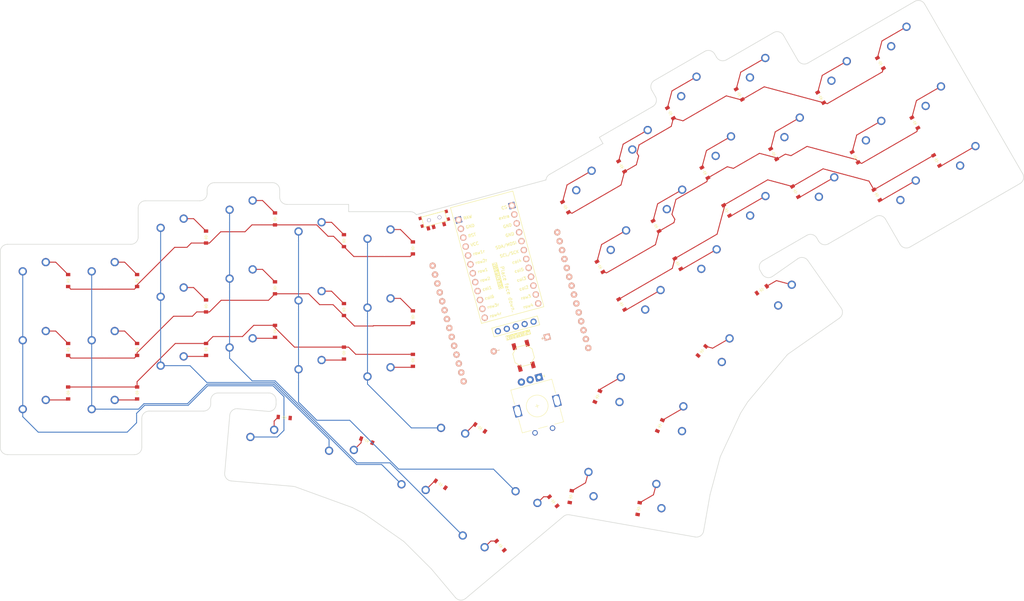
<source format=kicad_pcb>
(kicad_pcb (version 20221018) (generator pcbnew)
  (title_block (title "andean-condor") (rev "v1.0.0") (company "Unknown"))
  (layers (0 "F.Cu" signal) (31 "B.Cu" signal) (34 "B.Paste" user) (35 "F.Paste" user) (36 "B.SilkS" user "B.Silkscreen") (37 "F.SilkS" user "F.Silkscreen") (38 "B.Mask" user) (39 "F.Mask" user) (44 "Edge.Cuts" user))
  (net 0 "")
  (net 1 "farpinky_bottom")
  (net 2 "col1")
  (net 3 "farpinky_home")
  (net 4 "farpinky_top")
  (net 5 "pinky_bottom")
  (net 6 "col2")
  (net 7 "pinky_home")
  (net 8 "pinky_top")
  (net 9 "ring_bottom")
  (net 10 "col3")
  (net 11 "ring_home")
  (net 12 "ring_top")
  (net 13 "middle_bottom")
  (net 14 "col4")
  (net 15 "middle_home")
  (net 16 "middle_top")
  (net 17 "index_bottom")
  (net 18 "col5")
  (net 19 "index_home")
  (net 20 "index_top")
  (net 21 "inner_bottom")
  (net 22 "col6")
  (net 23 "inner_home")
  (net 24 "inner_top")
  (net 25 "tucky_thumb")
  (net 26 "near_thumb")
  (net 27 "home_thumb")
  (net 28 "home_top")
  (net 29 "far_thumb")
  (net 30 "far_top")
  (net 31 "mirror_farpinky_bottom")
  (net 32 "mirror_farpinky_home")
  (net 33 "mirror_farpinky_top")
  (net 34 "mirror_pinky_bottom")
  (net 35 "mirror_pinky_home")
  (net 36 "mirror_pinky_top")
  (net 37 "mirror_ring_bottom")
  (net 38 "mirror_ring_home")
  (net 39 "mirror_ring_top")
  (net 40 "mirror_middle_bottom")
  (net 41 "mirror_middle_home")
  (net 42 "mirror_middle_top")
  (net 43 "mirror_index_bottom")
  (net 44 "mirror_index_home")
  (net 45 "mirror_index_top")
  (net 46 "mirror_inner_bottom")
  (net 47 "mirror_inner_home")
  (net 48 "mirror_inner_top")
  (net 49 "mirror_tucky_thumb")
  (net 50 "mirror_near_thumb")
  (net 51 "mirror_home_thumb")
  (net 52 "mirror_home_top")
  (net 53 "mirror_far_thumb")
  (net 54 "mirror_far_top")
  (net 55 "row2")
  (net 56 "row1")
  (net 57 "row3")
  (net 58 "row2r")
  (net 59 "row1r")
  (net 60 "row3r")
  (net 61 "row4")
  (net 62 "row4r")
  (net 63 "RAW")
  (net 64 "GND")
  (net 65 "RST")
  (net 66 "VCC")
  (net 67 "CS")
  (net 68 "extra1")
  (net 69 "SDA")
  (net 70 "SCL")
  (net 71 "switch_from")
  (footprint "E73:SPDT_C128955" (layer "F.Cu") (at 167.219762 108.037033 15)
    (fp_text reference "T1" hide)
    (fp_text value "" hide)
  )
  (footprint "E73:SW_TACT_ALPS_SKQGABE010" (layer "F.Cu") (at 191.838446 145.823373 -75)
    (fp_text reference "B1" hide)
    (fp_text value "" hide)
  )
  (footprint "MX" (layer "F.Cu") (at 175.572148 199.945398 -50)
    (fp_text reference "S23" hide)
    (fp_text value "" hide)
  )
  (footprint "MX" (layer "F.Cu") (at 133.634325 133.086294)
    (fp_text reference "S14" hide)
    (fp_text value "" hide)
  )
  (footprint "MX" (layer "F.Cu") (at 152.634326 116.086293)
    (fp_text reference "S18" hide)
    (fp_text value "" hide)
  )
  (footprint "ComboDiode" (layer "F.Cu") (at 123.334326 127.086293 90)
    (fp_text reference "D7" hide)
    (fp_text value "" hide)
  )
  (footprint "ComboDiode" (layer "F.Cu") (at 305.659663 91.959261 -60)
    (fp_text reference "D31" hide)
    (fp_text value "" hide)
  )
  (footprint "ComboDiode" (layer "F.Cu") (at 257.481622 127.590902 35)
    (fp_text reference "D43" hide)
    (fp_text value "" hide)
  )
  (footprint "MX" (layer "F.Cu") (at 95.634326 113.086293)
    (fp_text reference "S9" hide)
    (fp_text value "" hide)
  )
  (footprint "ComboDiode" (layer "F.Cu") (at 290.159665 65.112474 120)
    (fp_text reference "D20" hide)
    (fp_text value "" hide)
  )
  (footprint "MX" (layer "F.Cu") (at 281.239602 70.262475 30)
    (fp_text reference "S30" hide)
    (fp_text value "" hide)
  )
  (footprint "MX" (layer "F.Cu") (at 120.134325 171.086294 -5)
    (fp_text reference "S19" hide)
    (fp_text value "" hide)
  )
  (footprint "MX" (layer "F.Cu") (at 133.634326 114.086294)
    (fp_text reference "S15" hide)
    (fp_text value "" hide)
  )
  (footprint "MX" (layer "F.Cu") (at 300.239601 103.171439 30)
    (fp_text reference "S28" hide)
    (fp_text value "" hide)
  )
  (footprint "MX" (layer "F.Cu") (at 214.275139 181.261958 80)
    (fp_text reference "S48" hide)
    (fp_text value "" hide)
  )
  (footprint "ComboDiode" (layer "F.Cu") (at 289.20518 101.459263 -60)
    (fp_text reference "D32" hide)
    (fp_text value "" hide)
  )
  (footprint "ComboDiode" (layer "F.Cu") (at 218.88725 131.665033 -60)
    (fp_text reference "D36" hide)
    (fp_text value "" hide)
  )
  (footprint "ComboDiode" (layer "F.Cu") (at 260.750699 90.174652 120)
    (fp_text reference "D23" hide)
    (fp_text value "" hide)
  )
  (footprint "ComboDiode" (layer "F.Cu") (at 85.334325 144.086293 90)
    (fp_text reference "D3" hide)
    (fp_text value "" hide)
  )
  (footprint "MX" (layer "F.Cu") (at 258.78512 69.370171 30)
    (fp_text reference "S33" hide)
    (fp_text value "" hide)
  )
  (footprint "ComboDiode" (layer "F.Cu") (at 104.334325 132.086293 90)
    (fp_text reference "D5" hide)
    (fp_text value "" hide)
  )
  (footprint "ComboDiode" (layer "F.Cu") (at 125.873555 162.855178 175)
    (fp_text reference "D37" hide)
    (fp_text value "" hide)
  )
  (footprint "ComboDiode" (layer "F.Cu") (at 123.334326 108.086294 90)
    (fp_text reference "D8" hide)
    (fp_text value "" hide)
  )
  (footprint "ComboDiode" (layer "F.Cu") (at 299.659665 81.566956 120)
    (fp_text reference "D19" hide)
    (fp_text value "" hide)
  )
  (footprint "MX" (layer "F.Cu") (at 249.330636 90.994525 30)
    (fp_text reference "S35" hide)
    (fp_text value "" hide)
  )
  (footprint "MX" (layer "F.Cu") (at 297.694084 60.762475 30)
    (fp_text reference "S27" hide)
    (fp_text value "" hide)
  )
  (footprint "ComboDiode" (layer "F.Cu") (at 85.334327 156.086294 -90)
    (fp_text reference "D14" hide)
    (fp_text value "" hide)
  )
  (footprint "ComboDiode" (layer "F.Cu") (at 85.334326 125.086292 90)
    (fp_text reference "D4" hide)
    (fp_text value "" hide)
  )
  (footprint "ComboDiode" (layer "F.Cu") (at 247.796215 105.73683 -60)
    (fp_text reference "D34" hide)
    (fp_text value "" hide)
  )
  (footprint "MX" (layer "F.Cu") (at 307.194084 77.216958 30)
    (fp_text reference "S26" hide)
    (fp_text value "" hide)
  )
  (footprint "lib:header" (layer "F.Cu") (at 201.123804 111.780151 15)
    (fp_text reference "")
    (fp_text value "")
  )
  (footprint "ComboDiode" (layer "F.Cu") (at 240.972099 144.489474 50)
    (fp_text reference "D44" hide)
    (fp_text value "" hide)
  )
  (footprint "lib:header" (layer "F.Cu") (at 166.775482 120.983756 15)
    (fp_text reference "")
    (fp_text value "")
  )
  (footprint "ComboDiode" (layer "F.Cu") (at 148.620505 169.235009 160)
    (fp_text reference "D38" hide)
    (fp_text value "" hide)
  )
  (footprint "ProMicro" (layer "F.Cu") (at 184.883827 119.86838 -75)
    (fp_text reference "MCU1" hide)
    (fp_text value "" hide)
  )
  (footprint "ComboDiode" (layer "F.Cu") (at 185.450673 198.183368 130)
    (fp_text reference "D41" hide)
    (fp_text value "" hide)
  )
  (footprint "ComboDiode" (layer "F.Cu") (at 266.750698 100.566957 -60)
    (fp_text reference "D33" hide)
    (fp_text value "" hide)
  )
  (footprint "ComboDiode" (layer "F.Cu") (at 203.387252 104.818246 120)
    (fp_text reference "D30" hide)
    (fp_text value "" hide)
  )
  (footprint "ComboDiode" (layer "F.Cu") (at 218.841733 93.586195 120)
    (fp_text reference "D28" hide)
    (fp_text value "" hide)
  )
  (footprint "ComboDiode" (layer "F.Cu") (at 179.839104 165.720908 145)
    (fp_text reference "D40" hide)
    (fp_text value "" hide)
  )
  (footprint "ComboDiode" (layer "F.Cu") (at 123.334326 139.086293 -90)
    (fp_text reference "D16" hide)
    (fp_text value "" hide)
  )
  (footprint "lib:niceview_headers" (layer "F.Cu") (at 190.981605 142.625593 105)
    (fp_text reference "")
    (fp_text value "")
  )
  (footprint "MX" (layer "F.Cu") (at 152.634327 135.086293)
    (fp_text reference "S17" hide)
    (fp_text value "" hide)
  )
  (footprint "MX" (layer "F.Cu") (at 159.855276 185.543537 -35)
    (fp_text reference "S21" hide)
    (fp_text value "" hide)
  )
  (footprint "ComboDiode" (layer "F.Cu") (at 234.341733 120.432984 -60)
    (fp_text reference "D35" hide)
    (fp_text value "" hide)
  )
  (footprint "MX" (layer "F.Cu") (at 170.753228 169.979648 -35)
    (fp_text reference "S22" hide)
    (fp_text value "" hide)
  )
  (footprint "MX" (layer "F.Cu") (at 258.830636 107.449008 30)
    (fp_text reference "S34" hide)
    (fp_text value "" hide)
  )
  (footprint "MX" (layer "F.Cu") (at 76.634325 144.086294)
    (fp_text reference "S5" hide)
    (fp_text value "" hide)
  )
  (footprint "lib:niceview_headers" (layer "F.Cu") (at 189.671979 137.738007 105)
    (fp_text reference "Nice!View1" hide)
    (fp_text value "" hide)
  )
  (footprint "MX" (layer "F.Cu") (at 114.634325 146.086293)
    (fp_text reference "S10" hide)
    (fp_text value "" hide)
  )
  (footprint "rotary_encoder" (layer "F.Cu") (at 195.583406 159.799753 -75)
    (fp_text reference "ROT1" hide)
    (fp_text value "")
  )
  (footprint "ComboDiode" (layer "F.Cu") (at 161.334325 116.086294 90)
    (fp_text reference "D12" hide)
    (fp_text value "" hide)
  )
  (footprint "ComboDiode" (layer "F.Cu") (at 161.334325 147.086293 -90)
    (fp_text reference "D18" hide)
    (fp_text value "" hide)
  )
  (footprint "ComboDiode" (layer "F.Cu") (at 142.334327 114.086294 90)
    (fp_text reference "D10" hide)
    (fp_text value "" hide)
  )
  (footprint "ComboDiode" (layer "F.Cu") (at 229.398798 165.085219 65)
    (fp_text reference "D45" hide)
    (fp_text value "" hide)
  )
  (footprint "ComboDiode" (layer "F.Cu") (at 228.341734 110.040679 120)
    (fp_text reference "D27" hide)
    (fp_text value "" hide)
  )
  (footprint "MX" (layer "F.Cu") (at 226.376154 89.236195 30)
    (fp_text reference "S39" hide)
    (fp_text value "" hide)
  )
  (footprint "ComboDiode" (layer "F.Cu") (at 232.296217 78.890042 120)
    (fp_text reference "D26" hide)
    (fp_text value "" hide)
  )
  (footprint "MX" (layer "F.Cu") (at 210.921671 100.468246 30)
    (fp_text reference "S42" hide)
    (fp_text value "" hide)
  )
  (footprint "MX" (layer "F.Cu") (at 239.830636 74.540043 30)
    (fp_text reference "S36" hide)
    (fp_text value "" hide)
  )
  (footprint "MX" (layer "F.Cu") (at 140.946468 175.700233 -20)
    (fp_text reference "S20" hide)
    (fp_text value "" hide)
  )
  (footprint "ComboDiode" (layer "F.Cu") (at 161.334326 135.086294 90)
    (fp_text reference "D11" hide)
    (fp_text value "" hide)
  )
  (footprint "ComboDiode" (layer "F.Cu") (at 212.887252 121.272728 120)
    (fp_text reference "D29" hide)
    (fp_text value "" hide)
  )
  (footprint "MX" (layer "F.Cu") (at 190.126993 187.732433 -50)
    (fp_text reference "S24" hide)
    (fp_text value "" hide)
  )
  (footprint "MX" (layer "F.Cu") (at 245.376154 122.145161 30)
    (fp_text reference "S37" hide)
    (fp_text value "" hide)
  )
  (footprint "MX" (layer "F.Cu") (at 152.634325 154.086293)
    (fp_text reference "S16" hide)
    (fp_text value "" hide)
  )
  (footprint "MX" (layer "F.Cu") (at 95.634325 151.086293)
    (fp_text reference "S7" hide)
    (fp_text value "" hide)
  )
  (footprint "MX" (layer "F.Cu") (at 235.876155 105.690677 30)
    (fp_text reference "S38" hide)
    (fp_text value "" hide)
  )
  (footprint "ComboDiode" (layer "F.Cu") (at 142.334325 145.086294 -90)
    (fp_text reference "D17" hide)
    (fp_text value "" hide)
  )
  (footprint "MX" (layer "F.Cu") (at 133.634325 152.086293)
    (fp_text reference "S13" hide)
    (fp_text value "" hide)
  )
  (footprint "ComboDiode" (layer "F.Cu") (at 168.941152 181.284796 145)
    (fp_text reference "D39" hide)
    (fp_text value "" hide)
  )
  (footprint "MX" (layer "F.Cu") (at 316.694084 93.671439 30)
    (fp_text reference "S25" hide)
    (fp_text value "" hide)
  )
  (footprint "MX" (layer "F.Cu") (at 95.634327 132.086293)
    (fp_text reference "S8" hide)
    (fp_text value "" hide)
  )
  (footprint "MX" (layer "F.Cu") (at 114.634326 108.086293)
    (fp_text reference "S12" hide)
    (fp_text value "" hide)
  )
  (footprint "ComboDiode" (layer "F.Cu") (at 283.205181 91.066957 120)
    (fp_text reference "D21" hide)
    (fp_text value "" hide)
  )
  (footprint "ComboDiode" (layer "F.Cu") (at 66.334326 125.086293 90)
    (fp_text reference "D2" hide)
    (fp_text value "" hide)
  )
  (footprint "ComboDiode" (layer "F.Cu") (at 104.334325 144.086293 -90)
    (fp_text reference "D15" hide)
    (fp_text value "" hide)
  )
  (footprint "ComboDiode" (layer "F.Cu") (at 223.550419 187.974571 80)
    (fp_text reference "D47" hide)
    (fp_text value "" hide)
  )
  (footprint "MX" (layer "F.Cu") (at 268.28512 85.824654 30)
    (fp_text reference "S32" hide)
    (fp_text value "" hide)
  )
  (footprint "MX" (layer "F.Cu") (at 277.785119 102.279135 30)
    (fp_text reference "S31" hide)
    (fp_text value "" hide)
  )
  (footprint "ComboDiode" (layer "F.Cu") (at 200.005518 185.970403 130)
    (fp_text reference "D42" hide)
    (fp_text value "" hide)
  )
  (footprint "MX" (layer "F.Cu") (at 266.567496 131.849644 35)
    (fp_text reference "S43" hide)
    (fp_text value "" hide)
  )
  (footprint "ComboDiode" (layer "F.Cu") (at 273.705181 74.612475 120)
    (fp_text reference "D22" hide)
    (fp_text value "" hide)
  )
  (footprint "MX" (layer "F.Cu") (at 232.986486 184.561273 80)
    (fp_text reference "S47" hide)
    (fp_text value "" hide)
  )
  (footprint "MX" (layer "F.Cu") (at 57.634327 125.086293)
    (fp_text reference "S3" hide)
    (fp_text value "" hide)
  )
  (footprint "MX" (layer "F.Cu") (at 290.739603 86.716957 30)
    (fp_text reference "S29" hide)
    (fp_text value "" hide)
  )
  (footprint "ComboDiode" (layer "F.Cu") (at 142.334327 133.086293 90)
    (fp_text reference "D9" hide)
    (fp_text value "" hide)
  )
  (footprint "MX" (layer "F.Cu") (at 76.634325 125.086294)
    (fp_text reference "S6" hide)
    (fp_text value "" hide)
  )
  (footprint "ComboDiode" (layer "F.Cu") (at 212.178949 157.055472 65)
    (fp_text reference "D46" hide)
    (fp_text value "" hide)
  )
  (footprint "ComboDiode" (layer "F.Cu") (at 204.83907 184.675256 80)
    (fp_text reference "D48" hide)
    (fp_text value "" hide)
  )
  (footprint "ComboDiode" (layer "F.Cu") (at 104.334325 113.086294 90)
    (fp_text reference "D6" hide)
    (fp_text value "" hide)
  )
  (footprint "MX" (layer "F.Cu") (at 57.634327 144.086293)
    (fp_text reference "S2" hide)
    (fp_text value "" hide)
  )
  (footprint "ComboDiode" (layer "F.Cu") (at 66.334326 144.086293 90)
    (fp_text reference "D1" hide)
    (fp_text value "" hide)
  )
  (footprint "MX" (layer "F.Cu") (at 239.396766 164.230459 65)
    (fp_text reference "S45" hide)
    (fp_text value "" hide)
  )
  (footprint "ComboDiode" (layer "F.Cu") (at 251.250699 73.72017 120)
    (fp_text reference "D24" hide)
    (fp_text value "" hide)
  )
  (footprint "MX" (layer "F.Cu") (at 57.634325 163.086294)
    (fp_text reference "S1" hide)
    (fp_text value "" hide)
  )
  (footprint "MX" (layer "F.Cu") (at 76.634326 163.086294)
    (fp_text reference "S4" hide)
    (fp_text value "" hide)
  )
  (footprint "MX" (layer "F.Cu") (at 250.850625 146.251504 50)
    (fp_text reference "S44" hide)
    (fp_text value "" hide)
  )
  (footprint "MX" (layer "F.Cu") (at 220.421672 116.92273 30)
    (fp_text reference "S41" hide)
    (fp_text value "" hide)
  )
  (footprint "ComboDiode" (layer "F.Cu") (at 241.796217 95.344525 120)
    (fp_text reference "D25" hide)
    (fp_text value "" hide)
  )
  (footprint "MX" (layer "F.Cu") (at 222.17692 156.200711 65)
    (fp_text reference "S46" hide)
    (fp_text value "" hide)
  )
  (footprint "ComboDiode" (layer "F.Cu") (at 66.334326 156.086294 -90)
    (fp_text reference "D13" hide)
    (fp_text value "" hide)
  )
  (footprint "MX" (layer "F.Cu") (at 114.634327 127.086294)
    (fp_text reference "S11" hide)
    (fp_text value "" hide)
  )
  (footprint "MX" (layer "F.Cu") (at 229.921671 133.377211 30)
    (fp_text reference "S40" hide)
    (fp_text value "" hide)
  )
  (gr_line (start 275.856916 114.939389) (end 288.847297 107.439389) (stroke (width 0.15)) (layer "Edge.Cuts"))
  (gr_arc (start 122.634326 98.086292) (mid 124.048532 98.672086) (end 124.634325 100.086293) (stroke (width 0.15)) (layer "Edge.Cuts"))
  (gr_line (start 272.624865 113.341313) (end 273.124865 114.207338) (stroke (width 0.15)) (layer "Edge.Cuts"))
  (gr_line (start 166.477699 204.664293) (end 173.054006 212.501629) (stroke (width 0.15)) (layer "Edge.Cuts"))
  (gr_line (start 49.634326 173.086294) (end 84.634326 173.086293) (stroke (width 0.15)) (layer "Edge.Cuts"))
  (gr_arc (start 85.634326 105.086293) (mid 86.220133 103.67212) (end 87.634326 103.086294) (stroke (width 0.15)) (layer "Edge.Cuts"))
  (gr_line (start 104.634325 100.086294) (end 104.634326 101.086294) (stroke (width 0.15)) (layer "Edge.Cuts"))
  (gr_line (start 257.579105 123.281292) (end 257.036409 122.341312) (stroke (width 0.15)) (layer "Edge.Cuts"))
  (gr_line (start 253.628613 158.498064) (end 264.405991 145.654086) (stroke (width 0.15)) (layer "Edge.Cuts"))
  (gr_line (start 111.293211 180.350995) (end 128.398738 181.847535) (stroke (width 0.15)) (layer "Edge.Cuts"))
  (gr_line (start 241.758841 61.879788) (end 227.902434 69.87979) (stroke (width 0.15)) (layer "Edge.Cuts"))
  (gr_line (start 260.713324 56.709915) (end 247.722942 64.209917) (stroke (width 0.15)) (layer "Edge.Cuts"))
  (gr_line (start 144.663939 187.695061) (end 147.897433 189.378312) (stroke (width 0.15)) (layer "Edge.Cuts"))
  (gr_arc (start 160.634325 106.086293) (mid 161.546902 106.306613) (end 162.258395 106.919074) (stroke (width 0.15)) (layer "Edge.Cuts"))
  (gr_line (start 158.807338 197.017508) (end 166.477699 204.664293) (stroke (width 0.15)) (layer "Edge.Cuts"))
  (gr_line (start 291.579348 108.171441) (end 295.579348 115.099644) (stroke (width 0.15)) (layer "Edge.Cuts"))
  (gr_arc (start 49.634327 173.086295) (mid 48.220102 172.500509) (end 47.634326 171.086293) (stroke (width 0.15)) (layer "Edge.Cuts"))
  (gr_line (start 110.869624 162.245178) (end 109.475132 178.184294) (stroke (width 0.15)) (layer "Edge.Cuts"))
  (gr_arc (start 299.622288 48.102221) (mid 301.13993 47.902407) (end 302.354338 48.834271) (stroke (width 0.15)) (layer "Edge.Cuts"))
  (gr_line (start 143.634327 104.086294) (end 126.634326 104.086294) (stroke (width 0.15)) (layer "Edge.Cuts"))
  (gr_arc (start 126.634326 104.086294) (mid 125.220109 103.500507) (end 124.634325 102.086293) (stroke (width 0.15)) (layer "Edge.Cuts"))
  (gr_arc (start 105.634326 158.086295) (mid 106.220117 156.672098) (end 107.634326 156.086293) (stroke (width 0.15)) (layer "Edge.Cuts"))
  (gr_arc (start 175.871671 212.748142) (mid 174.41179 213.208431) (end 173.054006 212.501629) (stroke (width 0.15)) (layer "Edge.Cuts"))
  (gr_line (start 147.897433 189.378312) (end 158.807338 197.017508) (stroke (width 0.15)) (layer "Edge.Cuts"))
  (gr_line (start 121.460015 161.164077) (end 113.036326 160.4271) (stroke (width 0.15)) (layer "Edge.Cuts"))
  (gr_line (start 279.347629 132.667096) (end 270.170406 119.560663) (stroke (width 0.15)) (layer "Edge.Cuts"))
  (gr_line (start 204.466648 189.686723) (end 239.128465 195.798535) (stroke (width 0.15)) (layer "Edge.Cuts"))
  (gr_line (start 85.634326 105.086293) (end 85.634325 113.086294) (stroke (width 0.15)) (layer "Edge.Cuts"))
  (gr_arc (start 275.856916 114.939389) (mid 274.339278 115.13918) (end 273.124865 114.207338) (stroke (width 0.15)) (layer "Edge.Cuts"))
  (gr_arc (start 105.634325 159.086293) (mid 105.048525 160.500487) (end 103.634325 161.086293) (stroke (width 0.15)) (layer "Edge.Cuts"))
  (gr_arc (start 86.634324 163.086294) (mid 87.220129 161.672122) (end 88.634326 161.086293) (stroke (width 0.15)) (layer "Edge.Cuts"))
  (gr_arc (start 128.398738 181.847535) (mid 128.657307 181.88733) (end 128.908468 181.960539) (stroke (width 0.15)) (layer "Edge.Cuts"))
  (gr_arc (start 228.170384 74.34389) (mid 228.370174 75.861523) (end 227.43833 77.075942) (stroke (width 0.15)) (layer "Edge.Cuts"))
  (gr_line (start 102.634325 103.086293) (end 87.634326 103.086294) (stroke (width 0.15)) (layer "Edge.Cuts"))
  (gr_line (start 143.634325 106.086294) (end 143.634327 104.086294) (stroke (width 0.15)) (layer "Edge.Cuts"))
  (gr_line (start 107.634326 156.086293) (end 121.634325 156.086294) (stroke (width 0.15)) (layer "Edge.Cuts"))
  (gr_line (start 227.170384 72.611839) (end 228.170384 74.34389) (stroke (width 0.15)) (layer "Edge.Cuts"))
  (gr_line (start 243.221958 184.100729) (end 246.041294 173.64324) (stroke (width 0.15)) (layer "Edge.Cuts"))
  (gr_line (start 105.634325 159.086293) (end 105.634327 158.086293) (stroke (width 0.15)) (layer "Edge.Cuts"))
  (gr_arc (start 86.634327 171.086292) (mid 86.048541 172.500506) (end 84.634326 173.086293) (stroke (width 0.15)) (layer "Edge.Cuts"))
  (gr_arc (start 260.713323 56.709916) (mid 262.230985 56.510089) (end 263.445374 57.441967) (stroke (width 0.15)) (layer "Edge.Cuts"))
  (gr_arc (start 270.177423 65.10222) (mid 268.65978 65.302033) (end 267.445374 64.370169) (stroke (width 0.15)) (layer "Edge.Cuts"))
  (gr_arc (start 104.634326 101.086294) (mid 104.048527 102.500485) (end 102.634325 103.086293) (stroke (width 0.15)) (layer "Edge.Cuts"))
  (gr_line (start 124.634325 102.086293) (end 124.634325 100.086293) (stroke (width 0.15)) (layer "Edge.Cuts"))
  (gr_arc (start 247.722942 64.209917) (mid 246.205296 64.409721) (end 244.99089 63.477864) (stroke (width 0.15)) (layer "Edge.Cuts"))
  (gr_line (start 88.634326 161.086293) (end 103.634325 161.086293) (stroke (width 0.15)) (layer "Edge.Cuts"))
  (gr_line (start 198.003374 97.341237) (end 162.258395 106.919074) (stroke (width 0.15)) (layer "Edge.Cuts"))
  (gr_line (start 241.445378 194.176216) (end 243.221958 184.100729) (stroke (width 0.15)) (layer "Edge.Cuts"))
  (gr_line (start 47.634326 171.086293) (end 47.634326 117.086294) (stroke (width 0.15)) (layer "Edge.Cuts"))
  (gr_arc (start 202.833778 190.124247) (mid 203.601715 189.724502) (end 204.466649 189.686722) (stroke (width 0.15)) (layer "Edge.Cuts"))
  (gr_line (start 212.7159 85.575942) (end 213.715899 87.307993) (stroke (width 0.15)) (layer "Edge.Cuts"))
  (gr_arc (start 104.634325 100.086294) (mid 105.220119 98.672096) (end 106.634325 98.086294) (stroke (width 0.15)) (layer "Edge.Cuts"))
  (gr_arc (start 123.634326 159.171689) (mid 122.98551 160.646242) (end 121.460014 161.164078) (stroke (width 0.15)) (layer "Edge.Cuts"))
  (gr_line (start 267.384949 119.069511) (end 260.45831 123.919596) (stroke (width 0.15)) (layer "Edge.Cuts"))
  (gr_arc (start 47.634326 117.086293) (mid 48.220103 115.67207) (end 49.634325 115.086293) (stroke (width 0.15)) (layer "Edge.Cuts"))
  (gr_arc (start 264.40599 145.654087) (mid 264.586897 145.465105) (end 264.790925 145.301357) (stroke (width 0.15)) (layer "Edge.Cuts"))
  (gr_arc (start 260.458309 123.919597) (mid 258.878272 124.233898) (end 257.579105 123.281292) (stroke (width 0.15)) (layer "Edge.Cuts"))
  (gr_arc (start 257.036409 122.341312) (mid 256.836631 120.82369) (end 257.768459 119.609263) (stroke (width 0.15)) (layer "Edge.Cuts"))
  (gr_arc (start 267.384949 119.069511) (mid 268.879397 118.738208) (end 270.170406 119.560663) (stroke (width 0.15)) (layer "Edge.Cuts"))
  (gr_line (start 298.311398 115.831694) (end 328.622289 98.331693) (stroke (width 0.15)) (layer "Edge.Cuts"))
  (gr_line (start 122.634326 98.086293) (end 106.634325 98.086294) (stroke (width 0.15)) (layer "Edge.Cuts"))
  (gr_line (start 213.715899 87.307993) (end 198.993469 95.807993) (stroke (width 0.15)) (layer "Edge.Cuts"))
  (gr_arc (start 279.34763 132.667095) (mid 279.678975 134.161567) (end 278.856479 135.452552) (stroke (width 0.15)) (layer "Edge.Cuts"))
  (gr_line (start 49.634325 115.086293) (end 83.634325 115.086293) (stroke (width 0.15)) (layer "Edge.Cuts"))
  (gr_line (start 302.354338 48.834271) (end 329.354339 95.599644) (stroke (width 0.15)) (layer "Edge.Cuts"))
  (gr_line (start 270.177424 65.102221) (end 299.622288 48.102221) (stroke (width 0.15)) (layer "Edge.Cuts"))
  (gr_arc (start 269.892814 112.609262) (mid 271.410471 112.409434) (end 272.624865 113.341313) (stroke (width 0.15)) (layer "Edge.Cuts"))
  (gr_arc (start 85.634325 113.086294) (mid 85.048541 114.500503) (end 83.634325 115.086293) (stroke (width 0.15)) (layer "Edge.Cuts"))
  (gr_line (start 257.768459 119.609263) (end 269.892814 112.609262) (stroke (width 0.15)) (layer "Edge.Cuts"))
  (gr_line (start 86.634325 171.086294) (end 86.634325 163.086293) (stroke (width 0.15)) (layer "Edge.Cuts"))
  (gr_arc (start 110.869625 162.245179) (mid 111.576444 160.887404) (end 113.036326 160.4271) (stroke (width 0.15)) (layer "Edge.Cuts"))
  (gr_line (start 244.99089 63.477864) (end 244.490891 62.611841) (stroke (width 0.15)) (layer "Edge.Cuts"))
  (gr_arc (start 198.003374 97.341237) (mid 198.313328 96.455092) (end 198.993469 95.807992) (stroke (width 0.15)) (layer "Edge.Cuts"))
  (gr_line (start 267.445374 64.370169) (end 263.445374 57.441967) (stroke (width 0.15)) (layer "Edge.Cuts"))
  (gr_arc (start 241.75884 61.87979) (mid 243.27649 61.679975) (end 244.490891 62.611841) (stroke (width 0.15)) (layer "Edge.Cuts"))
  (gr_arc (start 111.293211 180.350995) (mid 109.935482 179.644163) (end 109.475132 178.184294) (stroke (width 0.15)) (layer "Edge.Cuts"))
  (gr_arc (start 121.634325 156.086294) (mid 123.048559 156.672074) (end 123.634325 158.086294) (stroke (width 0.15)) (layer "Edge.Cuts"))
  (gr_line (start 246.041294 173.64324) (end 251.669948 161.57255) (stroke (width 0.15)) (layer "Edge.Cuts"))
  (gr_line (start 123.634325 158.086294) (end 123.634326 159.171689) (stroke (width 0.15)) (layer "Edge.Cuts"))
  (gr_arc (start 288.847297 107.439389) (mid 290.364921 107.239617) (end 291.579348 108.171441) (stroke (width 0.15)) (layer "Edge.Cuts"))
  (gr_line (start 227.43833 77.075942) (end 212.7159 85.575942) (stroke (width 0.15)) (layer "Edge.Cuts"))
  (gr_arc (start 329.354339 95.599643) (mid 329.554121 97.117269) (end 328.622289 98.331693) (stroke (width 0.15)) (layer "Edge.Cuts"))
  (gr_line (start 264.790925 145.301357) (end 278.856479 135.452551) (stroke (width 0.15)) (layer "Edge.Cuts"))
  (gr_arc (start 241.445378 194.176216) (mid 240.622916 195.467231) (end 239.128465 195.798535) (stroke (width 0.15)) (layer "Edge.Cuts"))
  (gr_line (start 175.871669 212.748144) (end 202.833776 190.124248) (stroke (width 0.15)) (layer "Edge.Cuts"))
  (gr_line (start 128.908468 181.960539) (end 144.663939 187.695061) (stroke (width 0.15)) (layer "Edge.Cuts"))
  (gr_arc (start 298.311398 115.831694) (mid 296.793761 116.031495) (end 295.579348 115.099644) (stroke (width 0.15)) (layer "Edge.Cuts"))
  (gr_line (start 251.669948 161.57255) (end 253.628613 158.498064) (stroke (width 0.15)) (layer "Edge.Cuts"))
  (gr_arc (start 227.170385 72.611839) (mid 226.97059 71.094202) (end 227.902434 69.87979) (stroke (width 0.15)) (layer "Edge.Cuts"))
  (gr_line (start 160.634325 106.086293) (end 143.634325 106.086294) (stroke (width 0.15)) (layer "Edge.Cuts"))
  (segment (start 66.064326 158.006293) (end 66.334326 157.736293) (width 0.25) (layer "F.Cu") (net 1))
  (segment (start 60.174325 158.006294) (end 66.064326 158.006293) (width 0.25) (layer "F.Cu") (net 1))
  (segment (start 82.6 166.9) (end 58.0979 166.9) (width 0.25) (layer "B.Cu") (net 2))
  (segment (start 116.560199 168.223896) (end 123.976104 168.223896) (width 0.25) (layer "B.Cu") (net 2))
  (segment (start 87.4 159.5) (end 85.2 161.7) (width 0.25) (layer "B.Cu") (net 2))
  (segment (start 123.976104 168.223896) (end 125.8 166.4) (width 0.25) (layer "B.Cu") (net 2))
  (segment (start 58.0979 166.9) (end 53.824325 162.626425) (width 0.25) (layer "B.Cu") (net 2))
  (segment (start 53.824325 162.626425) (end 53.824325 160.546294) (width 0.25) (layer "B.Cu") (net 2))
  (segment (start 122.8 154.1) (end 104.8 154.1) (width 0.25) (layer "B.Cu") (net 2))
  (segment (start 104.8 154.1) (end 99.4 159.5) (width 0.25) (layer "B.Cu") (net 2))
  (segment (start 53.824327 122.546293) (end 53.824327 141.546293) (width 0.25) (layer "B.Cu") (net 2))
  (segment (start 53.824327 160.546292) (end 53.824325 160.546294) (width 0.25) (layer "B.Cu") (net 2))
  (segment (start 85.2 161.7) (end 85.2 164.3) (width 0.25) (layer "B.Cu") (net 2))
  (segment (start 125.8 166.4) (end 125.8 157.1) (width 0.25) (layer "B.Cu") (net 2))
  (segment (start 125.8 157.1) (end 122.8 154.1) (width 0.25) (layer "B.Cu") (net 2))
  (segment (start 99.4 159.5) (end 87.4 159.5) (width 0.25) (layer "B.Cu") (net 2))
  (segment (start 53.824327 141.546293) (end 53.824327 160.546292) (width 0.25) (layer "B.Cu") (net 2))
  (segment (start 85.2 164.3) (end 82.6 166.9) (width 0.25) (layer "B.Cu") (net 2))
  (segment (start 60.174326 139.006294) (end 62.904326 139.006293) (width 0.25) (layer "F.Cu") (net 3))
  (segment (start 62.904326 139.006293) (end 66.334325 142.436293) (width 0.25) (layer "F.Cu") (net 3))
  (segment (start 60.174326 120.006294) (end 62.904326 120.006293) (width 0.25) (layer "F.Cu") (net 4))
  (segment (start 62.904326 120.006293) (end 66.334326 123.436294) (width 0.25) (layer "F.Cu") (net 4))
  (segment (start 85.064326 158.006293) (end 85.334326 157.736293) (width 0.25) (layer "F.Cu") (net 5))
  (segment (start 79.174326 158.006293) (end 85.064326 158.006293) (width 0.25) (layer "F.Cu") (net 5))
  (segment (start 72.824326 160.546294) (end 85.71731 160.546294) (width 0.25) (layer "B.Cu") (net 6))
  (segment (start 87.213604 159.05) (end 99.213604 159.05) (width 0.25) (layer "B.Cu") (net 6))
  (segment (start 99.213604 159.05) (end 104.613604 153.65) (width 0.25) (layer "B.Cu") (net 6))
  (segment (start 72.824325 122.546294) (end 72.824325 141.546294) (width 0.25) (layer "B.Cu") (net 6))
  (segment (start 72.824325 141.546294) (end 72.824326 160.546294) (width 0.25) (layer "B.Cu") (net 6))
  (segment (start 85.71731 160.546294) (end 87.213604 159.05) (width 0.25) (layer "B.Cu") (net 6))
  (segment (start 122.986396 153.65) (end 138.23497 168.898574) (width 0.25) (layer "B.Cu") (net 6))
  (segment (start 138.23497 168.898574) (end 138.23497 172.010317) (width 0.25) (layer "B.Cu") (net 6))
  (segment (start 104.613604 153.65) (end 122.986396 153.65) (width 0.25) (layer "B.Cu") (net 6))
  (segment (start 79.174326 139.006293) (end 81.904325 139.006294) (width 0.25) (layer "F.Cu") (net 7))
  (segment (start 81.904325 139.006294) (end 85.334325 142.436294) (width 0.25) (layer "F.Cu") (net 7))
  (segment (start 81.904326 120.006294) (end 85.334326 123.436292) (width 0.25) (layer "F.Cu") (net 8))
  (segment (start 79.174326 120.006293) (end 81.904326 120.006294) (width 0.25) (layer "F.Cu") (net 8))
  (segment (start 104.064325 146.006294) (end 104.334325 145.736294) (width 0.25) (layer "F.Cu") (net 9))
  (segment (start 98.174326 146.006294) (end 104.064325 146.006294) (width 0.25) (layer "F.Cu") (net 9))
  (segment (start 91.824325 148.546293) (end 99.908009 148.546293) (width 0.25) (layer "B.Cu") (net 10))
  (segment (start 91.824326 110.546293) (end 91.824327 129.546293) (width 0.25) (layer "B.Cu") (net 10))
  (segment (start 104.561716 153.2) (end 123.172792 153.2) (width 0.25) (layer "B.Cu") (net 10))
  (segment (start 145.772792 175.8) (end 152.713626 175.8) (width 0.25) (layer "B.Cu") (net 10))
  (segment (start 123.172792 153.2) (end 145.772792 175.8) (width 0.25) (layer "B.Cu") (net 10))
  (segment (start 152.713626 175.8) (end 158.191191 181.277565) (width 0.25) (layer "B.Cu") (net 10))
  (segment (start 99.908009 148.546293) (end 104.561716 153.2) (width 0.25) (layer "B.Cu") (net 10))
  (segment (start 91.824327 129.546293) (end 91.824327 148.546291) (width 0.25) (layer "B.Cu") (net 10))
  (segment (start 91.824327 148.546291) (end 91.824325 148.546293) (width 0.25) (layer "B.Cu") (net 10))
  (segment (start 98.174327 127.006294) (end 100.904326 127.006293) (width 0.25) (layer "F.Cu") (net 11))
  (segment (start 100.904326 127.006293) (end 104.334325 130.436293) (width 0.25) (layer "F.Cu") (net 11))
  (segment (start 98.174327 108.006294) (end 100.904326 108.006294) (width 0.25) (layer "F.Cu") (net 12))
  (segment (start 100.904326 108.006294) (end 104.334326 111.436293) (width 0.25) (layer "F.Cu") (net 12))
  (segment (start 117.174325 141.006294) (end 123.064325 141.006294) (width 0.25) (layer "F.Cu") (net 13))
  (segment (start 123.064325 141.006294) (end 123.334326 140.736294) (width 0.25) (layer "F.Cu") (net 13))
  (segment (start 110.824325 146.524325) (end 117.05 152.75) (width 0.25) (layer "B.Cu") (net 14))
  (segment (start 155.024792 175.35) (end 175.06888 195.394088) (width 0.25) (layer "B.Cu") (net 14))
  (segment (start 110.824327 124.546294) (end 110.824327 143.546291) (width 0.25) (layer "B.Cu") (net 14))
  (segment (start 110.824327 143.546291) (end 110.824325 143.546293) (width 0.25) (layer "B.Cu") (net 14))
  (segment (start 145.959188 175.35) (end 155.024792 175.35) (width 0.25) (layer "B.Cu") (net 14))
  (segment (start 110.824325 143.546293) (end 110.824325 146.524325) (width 0.25) (layer "B.Cu") (net 14))
  (segment (start 123.359188 152.75) (end 145.959188 175.35) (width 0.25) (layer "B.Cu") (net 14))
  (segment (start 110.824326 105.546293) (end 110.824327 124.546294) (width 0.25) (layer "B.Cu") (net 14))
  (segment (start 117.05 152.75) (end 123.359188 152.75) (width 0.25) (layer "B.Cu") (net 14))
  (segment (start 117.174326 122.006293) (end 119.904326 122.006293) (width 0.25) (layer "F.Cu") (net 15))
  (segment (start 119.904326 122.006293) (end 123.334325 125.436293) (width 0.25) (layer "F.Cu") (net 15))
  (segment (start 119.904326 103.006293) (end 123.334326 106.436293) (width 0.25) (layer "F.Cu") (net 16))
  (segment (start 117.174325 103.006293) (end 119.904326 103.006293) (width 0.25) (layer "F.Cu") (net 16))
  (segment (start 142.064325 147.006293) (end 142.334326 146.736294) (width 0.25) (layer "F.Cu") (net 17))
  (segment (start 136.174326 147.006293) (end 142.064325 147.006293) (width 0.25) (layer "F.Cu") (net 17))
  (segment (start 129.824325 158.578741) (end 134.872792 163.627208) (width 0.25) (layer "B.Cu") (net 18))
  (segment (start 157.405594 177.094406) (end 183.537008 177.094406) (width 0.25) (layer "B.Cu") (net 18))
  (segment (start 129.824325 130.546294) (end 129.824325 149.546293) (width 0.25) (layer "B.Cu") (net 18))
  (segment (start 134.872792 163.627208) (end 143.938396 163.627208) (width 0.25) (layer "B.Cu") (net 18))
  (segment (start 143.938396 163.627208) (end 157.405594 177.094406) (width 0.25) (layer "B.Cu") (net 18))
  (segment (start 183.537008 177.094406) (end 189.623725 183.181123) (width 0.25) (layer "B.Cu") (net 18))
  (segment (start 129.824326 111.546294) (end 129.824325 130.546294) (width 0.25) (layer "B.Cu") (net 18))
  (segment (start 129.824325 149.546293) (end 129.824325 158.578741) (width 0.25) (layer "B.Cu") (net 18))
  (segment (start 136.174326 128.006294) (end 138.904327 128.006294) (width 0.25) (layer "F.Cu") (net 19))
  (segment (start 138.904327 128.006294) (end 142.334326 131.436293) (width 0.25) (layer "F.Cu") (net 19))
  (segment (start 136.174325 109.006294) (end 138.904327 109.006294) (width 0.25) (layer "F.Cu") (net 20))
  (segment (start 138.904327 109.006294) (end 142.334326 112.436293) (width 0.25) (layer "F.Cu") (net 20))
  (segment (start 155.174326 149.006293) (end 161.064325 149.006294) (width 0.25) (layer "F.Cu") (net 21))
  (segment (start 161.064325 149.006294) (end 161.334325 148.736293) (width 0.25) (layer "F.Cu") (net 21))
  (segment (start 148.824326 113.546293) (end 148.824327 132.546293) (width 0.25) (layer "B.Cu") (net 22))
  (segment (start 148.824327 132.546293) (end 148.824327 151.546291) (width 0.25) (layer "B.Cu") (net 22))
  (segment (start 148.824325 151.546293) (end 148.824325 153.626424) (width 0.25) (layer "B.Cu") (net 22))
  (segment (start 160.911577 165.713676) (end 169.089143 165.713676) (width 0.25) (layer "B.Cu") (net 22))
  (segment (start 148.824327 151.546291) (end 148.824325 151.546293) (width 0.25) (layer "B.Cu") (net 22))
  (segment (start 148.824325 153.626424) (end 160.911577 165.713676) (width 0.25) (layer "B.Cu") (net 22))
  (segment (start 157.904326 130.006293) (end 161.334326 133.436293) (width 0.25) (layer "F.Cu") (net 23))
  (segment (start 155.174326 130.006293) (end 157.904326 130.006293) (width 0.25) (layer "F.Cu") (net 23))
  (segment (start 157.904326 111.006293) (end 161.334326 114.436293) (width 0.25) (layer "F.Cu") (net 24))
  (segment (start 155.174325 111.006293) (end 157.904326 111.006293) (width 0.25) (layer "F.Cu") (net 24))
  (segment (start 123.107412 166.247) (end 123.107411 163.833794) (width 0.25) (layer "F.Cu") (net 25))
  (segment (start 123.107411 163.833794) (end 124.229833 162.711372) (width 0.25) (layer "F.Cu") (net 25))
  (segment (start 145.07075 171.795327) (end 147.070013 169.796063) (width 0.25) (layer "F.Cu") (net 26))
  (segment (start 147.070013 169.796063) (end 147.070012 168.670677) (width 0.25) (layer "F.Cu") (net 26))
  (segment (start 167.350424 180.338395) (end 167.58955 180.338396) (width 0.25) (layer "F.Cu") (net 27))
  (segment (start 164.84969 182.83913) (end 167.350424 180.338395) (width 0.25) (layer "F.Cu") (net 27))
  (segment (start 178.248375 164.774506) (end 178.487503 164.774506) (width 0.25) (layer "F.Cu") (net 28))
  (segment (start 175.747643 167.27524) (end 178.248375 164.774506) (width 0.25) (layer "F.Cu") (net 28))
  (segment (start 181.096335 198.625789) (end 182.802729 196.919395) (width 0.25) (layer "F.Cu") (net 29))
  (segment (start 182.802729 196.919395) (end 184.390074 196.919395) (width 0.25) (layer "F.Cu") (net 29))
  (segment (start 195.651179 186.412826) (end 197.357574 184.70643) (width 0.25) (layer "F.Cu") (net 30))
  (segment (start 197.357574 184.70643) (end 198.944918 184.70643) (width 0.25) (layer "F.Cu") (net 30))
  (segment (start 306.85349 93.48703) (end 306.484663 93.388203) (width 0.25) (layer "F.Cu") (net 31))
  (segment (start 316.353789 88.00203) (end 306.85349 93.48703) (width 0.25) (layer "F.Cu") (net 31))
  (segment (start 306.853789 71.547548) (end 300.090131 75.452548) (width 0.25) (layer "F.Cu") (net 32))
  (segment (start 300.090131 75.452548) (end 298.834665 80.138015) (width 0.25) (layer "F.Cu") (net 32))
  (segment (start 290.590131 58.998065) (end 289.334664 63.683532) (width 0.25) (layer "F.Cu") (net 33))
  (segment (start 297.353789 55.093066) (end 290.590131 58.998065) (width 0.25) (layer "F.Cu") (net 33))
  (segment (start 299.899306 97.50203) (end 290.399006 102.987031) (width 0.25) (layer "F.Cu") (net 34))
  (segment (start 290.399006 102.987031) (end 290.03018 102.888204) (width 0.25) (layer "F.Cu") (net 34))
  (segment (start 290.399306 81.047548) (end 283.635648 84.952548) (width 0.25) (layer "F.Cu") (net 35))
  (segment (start 283.635648 84.952548) (end 282.380181 89.638016) (width 0.25) (layer "F.Cu") (net 35))
  (segment (start 274.135648 68.498065) (end 272.880181 73.183533) (width 0.25) (layer "F.Cu") (net 36))
  (segment (start 280.899307 64.593065) (end 274.135648 68.498065) (width 0.25) (layer "F.Cu") (net 36))
  (segment (start 267.944526 102.094726) (end 267.575699 101.995899) (width 0.25) (layer "F.Cu") (net 37))
  (segment (start 277.444824 96.609726) (end 267.944526 102.094726) (width 0.25) (layer "F.Cu") (net 37))
  (segment (start 261.181165 84.060245) (end 259.925698 88.745711) (width 0.25) (layer "F.Cu") (net 38))
  (segment (start 267.944824 80.155244) (end 261.181165 84.060245) (width 0.25) (layer "F.Cu") (net 38))
  (segment (start 251.681165 67.605762) (end 250.425698 72.291228) (width 0.25) (layer "F.Cu") (net 39))
  (segment (start 258.444825 63.700761) (end 251.681165 67.605762) (width 0.25) (layer "F.Cu") (net 39))
  (segment (start 258.490341 101.7796) (end 248.990043 107.264599) (width 0.25) (layer "F.Cu") (net 40))
  (segment (start 248.990043 107.264599) (end 248.621216 107.165773) (width 0.25) (layer "F.Cu") (net 40))
  (segment (start 242.226683 89.230116) (end 240.971216 93.915583) (width 0.25) (layer "F.Cu") (net 41))
  (segment (start 248.990341 85.325117) (end 242.226683 89.230116) (width 0.25) (layer "F.Cu") (net 41))
  (segment (start 232.726684 72.775634) (end 231.471216 77.4611) (width 0.25) (layer "F.Cu") (net 42))
  (segment (start 239.49034 68.870634) (end 232.726684 72.775634) (width 0.25) (layer "F.Cu") (net 42))
  (segment (start 235.535558 121.960752) (end 235.166733 121.861925) (width 0.25) (layer "F.Cu") (net 43))
  (segment (start 245.035859 116.475751) (end 235.535558 121.960752) (width 0.25) (layer "F.Cu") (net 43))
  (segment (start 235.53586 100.021268) (end 228.772201 103.926268) (width 0.25) (layer "F.Cu") (net 44))
  (segment (start 228.772201 103.926268) (end 227.516733 108.611737) (width 0.25) (layer "F.Cu") (net 44))
  (segment (start 226.035859 83.566786) (end 219.2722 87.471787) (width 0.25) (layer "F.Cu") (net 45))
  (segment (start 219.2722 87.471787) (end 218.016733 92.157254) (width 0.25) (layer "F.Cu") (net 45))
  (segment (start 229.581376 127.707802) (end 220.081077 133.192802) (width 0.25) (layer "F.Cu") (net 46))
  (segment (start 220.081077 133.192802) (end 219.712251 133.093975) (width 0.25) (layer "F.Cu") (net 46))
  (segment (start 220.081376 111.253321) (end 213.317718 115.158321) (width 0.25) (layer "F.Cu") (net 47))
  (segment (start 213.317718 115.158321) (end 212.062251 119.843787) (width 0.25) (layer "F.Cu") (net 47))
  (segment (start 203.81772 98.703836) (end 202.562252 103.389305) (width 0.25) (layer "F.Cu") (net 48))
  (segment (start 210.581375 94.798837) (end 203.81772 98.703836) (width 0.25) (layer "F.Cu") (net 48))
  (segment (start 261.509425 125.099396) (end 265.734374 126.231467) (width 0.25) (layer "F.Cu") (net 49))
  (segment (start 258.833223 126.644501) (end 261.509425 125.099396) (width 0.25) (layer "F.Cu") (net 49))
  (segment (start 243.927633 143.733247) (end 248.5918 141.04039) (width 0.25) (layer "F.Cu") (net 50))
  (segment (start 242.032699 143.225501) (end 243.927633 143.733247) (width 0.25) (layer "F.Cu") (net 50))
  (segment (start 230.096118 163.589811) (end 235.714992 160.345753) (width 0.25) (layer "F.Cu") (net 51))
  (segment (start 235.714992 160.345753) (end 235.866173 159.781536) (width 0.25) (layer "F.Cu") (net 51))
  (segment (start 213.027451 154.995847) (end 212.87627 155.560064) (width 0.25) (layer "F.Cu") (net 52))
  (segment (start 218.646327 151.751788) (end 213.027451 154.995847) (width 0.25) (layer "F.Cu") (net 52))
  (segment (start 223.836938 186.349639) (end 227.624923 184.162644) (width 0.25) (layer "F.Cu") (net 53))
  (segment (start 227.624923 184.162644) (end 228.424729 181.177728) (width 0.25) (layer "F.Cu") (net 53))
  (segment (start 205.125591 183.050324) (end 208.913575 180.86333) (width 0.25) (layer "F.Cu") (net 54))
  (segment (start 208.913575 180.86333) (end 209.713382 177.878413) (width 0.25) (layer "F.Cu") (net 54))
  (segment (start 108.48593 130.522037) (end 121.548581 130.522038) (width 0.25) (layer "F.Cu") (net 55))
  (segment (start 121.548581 130.522038) (end 123.334325 128.736294) (width 0.25) (layer "F.Cu") (net 55))
  (segment (start 104.334325 133.736293) (end 105.271675 133.736293) (width 0.25) (layer "F.Cu") (net 55))
  (segment (start 100.585931 134.922037) (end 101.771674 133.736294) (width 0.25) (layer "F.Cu") (net 55))
  (segment (start 135.620201 131.722038) (end 139.320071 131.722037) (width 0.25) (layer "F.Cu") (net 55))
  (segment (start 145.220071 137.622037) (end 150.38593 137.622037) (width 0.25) (layer "F.Cu") (net 55))
  (segment (start 101.771674 133.736294) (end 104.334325 133.736293) (width 0.25) (layer "F.Cu") (net 55))
  (segment (start 123.334325 128.736294) (end 132.634456 128.736294) (width 0.25) (layer "F.Cu") (net 55))
  (segment (start 66.334325 145.736293) (end 67.053225 146.455194) (width 0.25) (layer "F.Cu") (net 55))
  (segment (start 85.334326 144.973642) (end 95.38593 134.922038) (width 0.25) (layer "F.Cu") (net 55))
  (segment (start 105.271675 133.736293) (end 108.48593 130.522037) (width 0.25) (layer "F.Cu") (net 55))
  (segment (start 150.48593 137.522037) (end 160.548581 137.522037) (width 0.25) (layer "F.Cu") (net 55))
  (segment (start 150.38593 137.622037) (end 150.48593 137.522037) (width 0.25) (layer "F.Cu") (net 55))
  (segment (start 84.615426 146.455193) (end 85.334325 145.736293) (width 0.25) (layer "F.Cu") (net 55))
  (segment (start 160.548581 137.522037) (end 161.334325 136.736293) (width 0.25) (layer "F.Cu") (net 55))
  (segment (start 67.053225 146.455194) (end 84.615426 146.455193) (width 0.25) (layer "F.Cu") (net 55))
  (segment (start 85.334325 145.736293) (end 85.334326 144.973642) (width 0.25) (layer "F.Cu") (net 55))
  (segment (start 132.634456 128.736294) (end 135.620201 131.722038) (width 0.25) (layer "F.Cu") (net 55))
  (segment (start 95.38593 134.922038) (end 100.585931 134.922037) (width 0.25) (layer "F.Cu") (net 55))
  (segment (start 142.334326 134.736294) (end 145.220071 137.622037) (width 0.25) (layer "F.Cu") (net 55))
  (segment (start 139.320071 131.722037) (end 142.334326 134.736294) (width 0.25) (layer "F.Cu") (net 55))
  (segment (start 85.334326 126.273642) (end 95.685931 115.922038) (width 0.25) (layer "F.Cu") (net 56))
  (segment (start 116.971675 109.736294) (end 123.334326 109.736293) (width 0.25) (layer "F.Cu") (net 56))
  (segment (start 137.952359 112.860394) (end 139.458426 112.860393) (width 0.25) (layer "F.Cu") (net 56))
  (segment (start 142.334326 115.736294) (end 145.053227 118.455193) (width 0.25) (layer "F.Cu") (net 56))
  (segment (start 145.053227 118.455193) (end 160.615425 118.455193) (width 0.25) (layer "F.Cu") (net 56))
  (segment (start 95.685931 115.922038) (end 99.085931 115.922038) (width 0.25) (layer "F.Cu") (net 56))
  (segment (start 105.271674 114.736293) (end 108.385931 111.622037) (width 0.25) (layer "F.Cu") (net 56))
  (segment (start 99.085931 115.922038) (end 100.271674 114.736294) (width 0.25) (layer "F.Cu") (net 56))
  (segment (start 84.615425 127.455194) (end 85.334326 126.736293) (width 0.25) (layer "F.Cu") (net 56))
  (segment (start 108.385931 111.622037) (end 115.08593 111.622037) (width 0.25) (layer "F.Cu") (net 56))
  (segment (start 85.334326 126.736293) (end 85.334326 126.273642) (width 0.25) (layer "F.Cu") (net 56))
  (segment (start 66.334325 126.736293) (end 67.053225 127.455194) (width 0.25) (layer "F.Cu") (net 56))
  (segment (start 134.828259 109.736294) (end 137.952359 112.860394) (width 0.25) (layer "F.Cu") (net 56))
  (segment (start 139.458426 112.860393) (end 142.334326 115.736294) (width 0.25) (layer "F.Cu") (net 56))
  (segment (start 67.053225 127.455194) (end 84.615425 127.455194) (width 0.25) (layer "F.Cu") (net 56))
  (segment (start 160.615425 118.455193) (end 161.334326 117.736294) (width 0.25) (layer "F.Cu") (net 56))
  (segment (start 104.334326 114.736294) (end 105.271674 114.736293) (width 0.25) (layer "F.Cu") (net 56))
  (segment (start 115.08593 111.622037) (end 116.971675 109.736294) (width 0.25) (layer "F.Cu") (net 56))
  (segment (start 123.334326 109.736293) (end 134.828259 109.736294) (width 0.25) (layer "F.Cu") (net 56))
  (segment (start 100.271674 114.736294) (end 104.334326 114.736294) (width 0.25) (layer "F.Cu") (net 56))
  (segment (start 85.334327 152.960226) (end 95.85826 142.436293) (width 0.25) (layer "F.Cu") (net 57))
  (segment (start 128.700187 143.436293) (end 142.334325 143.436294) (width 0.25) (layer "F.Cu") (net 57))
  (segment (start 106.248581 140.522038) (end 114.38593 140.522037) (width 0.25) (layer "F.Cu") (net 57))
  (segment (start 123.334325 138.070433) (end 128.700187 143.436293) (width 0.25) (layer "F.Cu") (net 57))
  (segment (start 114.38593 140.522037) (end 117.471674 137.436294) (width 0.25) (layer "F.Cu") (net 57))
  (segment (start 143.600186 143.436293) (end 145.600186 145.436293) (width 0.25) (layer "F.Cu") (net 57))
  (segment (start 66.334326 154.436293) (end 85.334327 154.436294) (width 0.25) (layer "F.Cu") (net 57))
  (segment (start 85.334327 154.436294) (end 85.334327 152.960226) (width 0.25) (layer "F.Cu") (net 57))
  (segment (start 145.600186 145.436293) (end 161.334325 145.436293) (width 0.25) (layer "F.Cu") (net 57))
  (segment (start 95.85826 142.436293) (end 104.334325 142.436294) (width 0.25) (layer "F.Cu") (net 57))
  (segment (start 104.334325 142.436294) (end 106.248581 140.522038) (width 0.25) (layer "F.Cu") (net 57))
  (segment (start 142.334325 143.436294) (end 143.600186 143.436293) (width 0.25) (layer "F.Cu") (net 57))
  (segment (start 117.471674 137.436294) (end 123.334326 137.436293) (width 0.25) (layer "F.Cu") (net 57))
  (segment (start 123.334326 137.436293) (end 123.334325 138.070433) (width 0.25) (layer "F.Cu") (net 57))
  (segment (start 261.575698 91.603594) (end 261.343196 91.20089) (width 0.25) (layer "F.Cu") (net 58))
  (segment (start 242.621216 96.773466) (end 242.351089 97.781594) (width 0.25) (layer "F.Cu") (net 58))
  (segment (start 233.51515 108.194884) (end 233.272916 109.098915) (width 0.25) (layer "F.Cu") (net 58))
  (segment (start 214.694288 122.964807) (end 213.712251 122.70167) (width 0.25) (layer "F.Cu") (net 58))
  (segment (start 283.597679 91.746783) (end 269.941807 88.087704) (width 0.25) (layer "F.Cu") (net 58))
  (segment (start 242.351089 97.781594) (end 233.813302 102.710888) (width 0.25) (layer "F.Cu") (net 58))
  (segment (start 261.343196 91.20089) (end 256.839695 89.99418) (width 0.25) (layer "F.Cu") (net 58))
  (segment (start 269.941807 88.087704) (end 265.525077 90.637704) (width 0.25) (layer "F.Cu") (net 58))
  (segment (start 284.030181 92.495899) (end 283.597679 91.746783) (width 0.25) (layer "F.Cu") (net 58))
  (segment (start 247.960266 93.690965) (end 242.621216 96.773466) (width 0.25) (layer "F.Cu") (net 58))
  (segment (start 256.839695 89.99418) (end 249.651684 94.14418) (width 0.25) (layer "F.Cu") (net 58))
  (segment (start 228.171547 115.183707) (end 214.694288 122.964807) (width 0.25) (layer "F.Cu") (net 58))
  (segment (start 232.71515 106.809243) (end 233.51515 108.194884) (width 0.25) (layer "F.Cu") (net 58))
  (segment (start 263.970262 90.221092) (end 261.575698 91.603594) (width 0.25) (layer "F.Cu") (net 58))
  (segment (start 229.166733 111.46962) (end 228.171547 115.183707) (width 0.25) (layer "F.Cu") (net 58))
  (segment (start 265.525077 90.637704) (end 263.970262 90.221092) (width 0.25) (layer "F.Cu") (net 58))
  (segment (start 300.484665 82.995899) (end 300.221529 83.977934) (width 0.25) (layer "F.Cu") (net 58))
  (segment (start 233.272916 109.098915) (end 229.166733 111.46962) (width 0.25) (layer "F.Cu") (net 58))
  (segment (start 285.012216 92.759035) (end 284.030181 92.495899) (width 0.25) (layer "F.Cu") (net 58))
  (segment (start 300.221529 83.977934) (end 285.012216 92.759035) (width 0.25) (layer "F.Cu") (net 58))
  (segment (start 249.651684 94.14418) (end 247.960266 93.690965) (width 0.25) (layer "F.Cu") (net 58))
  (segment (start 233.813302 102.710888) (end 232.71515 106.809243) (width 0.25) (layer "F.Cu") (net 58))
  (segment (start 222.90689 93.144431) (end 219.666733 95.015137) (width 0.25) (layer "F.Cu") (net 59))
  (segment (start 290.721529 67.523451) (end 275.512217 76.304552) (width 0.25) (layer "F.Cu") (net 59))
  (segment (start 258.137876 71.649112) (end 252.075698 75.149112) (width 0.25) (layer "F.Cu") (net 59))
  (segment (start 219.666733 95.015137) (end 218.671546 98.729224) (width 0.25) (layer "F.Cu") (net 59))
  (segment (start 235.768853 81.028416) (end 233.121216 80.318985) (width 0.25) (layer "F.Cu") (net 59))
  (segment (start 233.121216 80.318985) (end 232.521592 82.556813) (width 0.25) (layer "F.Cu") (net 59))
  (segment (start 223.637394 87.686107) (end 223.65472 87.716118) (width 0.25) (layer "F.Cu") (net 59))
  (segment (start 247.689695 74.145915) (end 235.768853 81.028416) (width 0.25) (layer "F.Cu") (net 59))
  (segment (start 205.194286 106.510323) (end 204.212251 106.247188) (width 0.25) (layer "F.Cu") (net 59))
  (segment (start 290.984664 66.541416) (end 290.721529 67.523451) (width 0.25) (layer "F.Cu") (net 59))
  (segment (start 223.65472 87.716118) (end 223.06908 89.901759) (width 0.25) (layer "F.Cu") (net 59))
  (segment (start 232.521592 82.556813) (end 223.637394 87.686107) (width 0.25) (layer "F.Cu") (net 59))
  (segment (start 274.530181 76.041416) (end 258.137876 71.649112) (width 0.25) (layer "F.Cu") (net 59))
  (segment (start 252.075698 75.149112) (end 251.872185 75.26661) (width 0.25) (layer "F.Cu") (net 59))
  (segment (start 275.512217 76.304552) (end 274.530181 76.041416) (width 0.25) (layer "F.Cu") (net 59))
  (segment (start 223.06908 89.901759) (end 223.551753 90.737773) (width 0.25) (layer "F.Cu") (net 59))
  (segment (start 218.671546 98.729224) (end 205.194286 106.510323) (width 0.25) (layer "F.Cu") (net 59))
  (segment (start 223.551753 90.737773) (end 222.90689 93.144431) (width 0.25) (layer "F.Cu") (net 59))
  (segment (start 251.872185 75.26661) (end 247.689695 74.145915) (width 0.25) (layer "F.Cu") (net 59))
  (segment (start 233.516734 119.004041) (end 233.537439 119.039904) (width 0.25) (layer "F.Cu") (net 60))
  (segment (start 247.191922 104.690163) (end 245.157337 112.283336) (width 0.25) (layer "F.Cu") (net 60))
  (segment (start 274.366039 94.264982) (end 265.925699 99.138016) (width 0.25) (layer "F.Cu") (net 60))
  (segment (start 304.834663 90.53032) (end 288.38018 100.030321) (width 0.25) (layer "F.Cu") (net 60))
  (segment (start 288.38018 100.030321) (end 287.007147 97.652157) (width 0.25) (layer "F.Cu") (net 60))
  (segment (start 287.007147 97.652157) (end 274.366039 94.264982) (width 0.25) (layer "F.Cu") (net 60))
  (segment (start 245.157337 112.283336) (end 233.516734 119.004041) (width 0.25) (layer "F.Cu") (net 60))
  (segment (start 259.095571 97.307889) (end 246.971216 104.307888) (width 0.25) (layer "F.Cu") (net 60))
  (segment (start 233.537439 119.039904) (end 232.820546 121.715386) (width 0.25) (layer "F.Cu") (net 60))
  (segment (start 232.820546 121.715386) (end 218.062251 130.236092) (width 0.25) (layer "F.Cu") (net 60))
  (segment (start 246.971216 104.307888) (end 247.191922 104.690163) (width 0.25) (layer "F.Cu") (net 60))
  (segment (start 265.925699 99.138016) (end 259.095571 97.307889) (width 0.25) (layer "F.Cu") (net 60))
)
</source>
